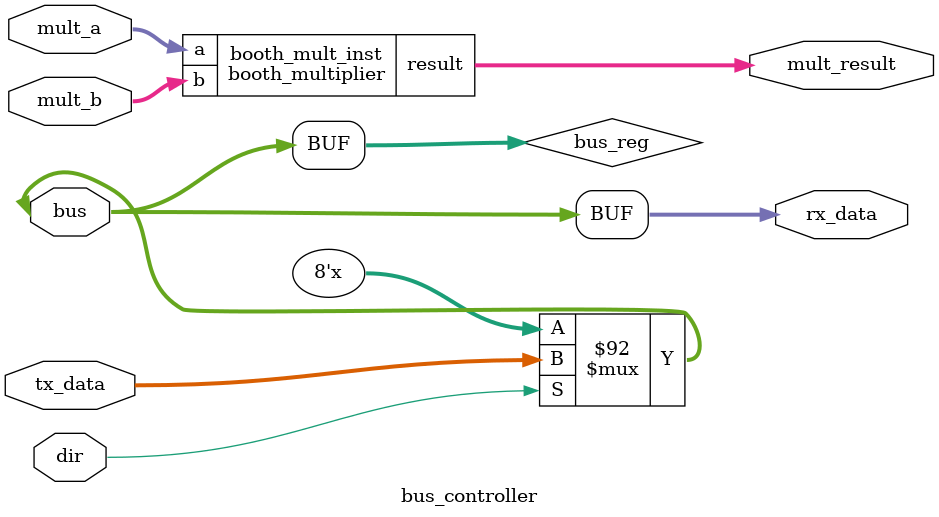
<source format=v>
module booth_multiplier(
    input [7:0] a,
    input [7:0] b,
    output reg [15:0] result
);
    reg [8:0] booth_enc;
    reg [15:0] partial_product;
    reg [15:0] acc;
    integer i;
    
    always @(*) begin
        acc = 16'b0;
        booth_enc = {b, 1'b0};
        
        for (i = 0; i < 8; i = i + 1) begin
            case (booth_enc[2:0])
                3'b000, 3'b111: partial_product = 16'b0;
                3'b001, 3'b010: partial_product = {8'b0, a};
                3'b011: partial_product = {7'b0, a, 1'b0};
                3'b100: partial_product = -{7'b0, a, 1'b0};
                3'b101, 3'b110: partial_product = -{8'b0, a};
            endcase
            
            acc = acc + (partial_product << i);
            booth_enc = booth_enc >> 1;
        end
        
        result = acc;
    end
endmodule

module bus_controller(
    inout [7:0] bus,
    input dir,  // 方向控制
    input [7:0] tx_data,
    output [7:0] rx_data,
    input [7:0] mult_a,  // 乘法器输入A
    input [7:0] mult_b,  // 乘法器输入B
    output [15:0] mult_result  // 乘法器结果
);
    reg [7:0] bus_reg;
    
    // 实例化Booth乘法器
    booth_multiplier booth_mult_inst(
        .a(mult_a),
        .b(mult_b),
        .result(mult_result)
    );
    
    always @(*) begin
        if (dir) begin
            bus_reg = tx_data;
        end else begin
            bus_reg = 8'bz;
        end
    end
    
    assign bus = bus_reg;
    assign rx_data = bus;
endmodule
</source>
